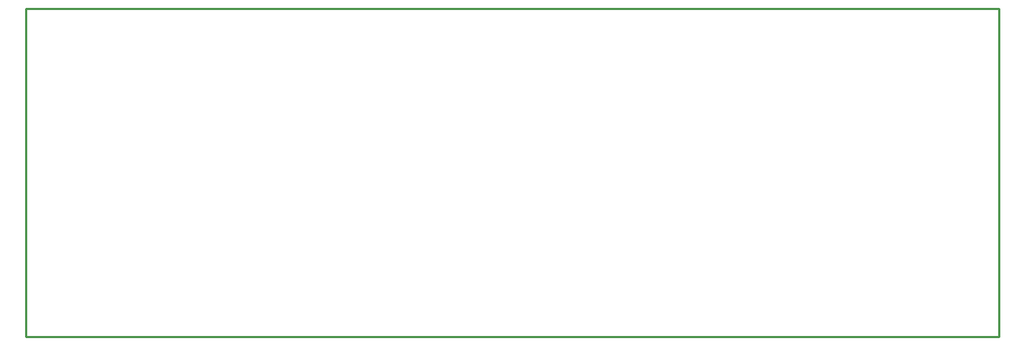
<source format=gm1>
G04*
G04 #@! TF.GenerationSoftware,Altium Limited,Altium Designer,21.9.2 (33)*
G04*
G04 Layer_Color=16711935*
%FSLAX25Y25*%
%MOIN*%
G70*
G04*
G04 #@! TF.SameCoordinates,D22C8EEC-9F66-4CA6-A23B-34AD4F9630FA*
G04*
G04*
G04 #@! TF.FilePolarity,Positive*
G04*
G01*
G75*
%ADD12C,0.01000*%
D12*
X-12000Y-139000D02*
Y13500D01*
X440500Y-139000D02*
Y13500D01*
X-12000Y13500D02*
X440500Y13500D01*
X-12000Y-139000D02*
X440500Y-139000D01*
M02*

</source>
